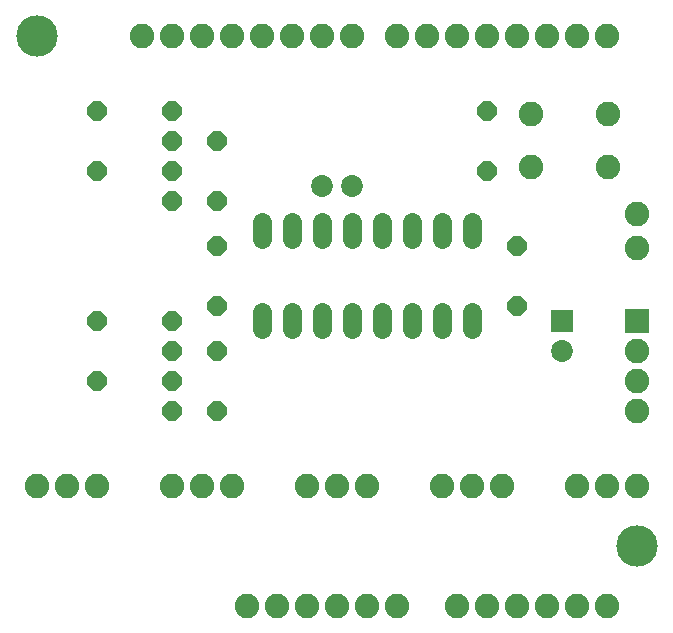
<source format=gts>
G75*
G70*
%OFA0B0*%
%FSLAX24Y24*%
%IPPOS*%
%LPD*%
%AMOC8*
5,1,8,0,0,1.08239X$1,22.5*
%
%ADD10C,0.0640*%
%ADD11OC8,0.0640*%
%ADD12R,0.0820X0.0820*%
%ADD13C,0.0820*%
%ADD14C,0.1380*%
%ADD15R,0.0730X0.0730*%
%ADD16C,0.0730*%
D10*
X016259Y010905D02*
X016259Y011465D01*
X017259Y011465D02*
X017259Y010905D01*
X018259Y010905D02*
X018259Y011465D01*
X019259Y011465D02*
X019259Y010905D01*
X020259Y010905D02*
X020259Y011465D01*
X021259Y011465D02*
X021259Y010905D01*
X022259Y010905D02*
X022259Y011465D01*
X023259Y011465D02*
X023259Y010905D01*
X023259Y013905D02*
X023259Y014465D01*
X022259Y014465D02*
X022259Y013905D01*
X021259Y013905D02*
X021259Y014465D01*
X020259Y014465D02*
X020259Y013905D01*
X019259Y013905D02*
X019259Y014465D01*
X018259Y014465D02*
X018259Y013905D01*
X017259Y013905D02*
X017259Y014465D01*
X016259Y014465D02*
X016259Y013905D01*
D11*
X014759Y013685D03*
X014759Y015185D03*
X013259Y015185D03*
X013259Y016185D03*
X013259Y017185D03*
X013259Y018185D03*
X014759Y017185D03*
X010759Y016185D03*
X010759Y018185D03*
X014759Y011685D03*
X013259Y011185D03*
X013259Y010185D03*
X013259Y009185D03*
X014759Y010185D03*
X014759Y008185D03*
X013259Y008185D03*
X010759Y009185D03*
X010759Y011185D03*
X023759Y016185D03*
X023759Y018185D03*
X024759Y013685D03*
X024759Y011685D03*
D12*
X028759Y011185D03*
D13*
X008759Y005685D03*
X009759Y005685D03*
X010759Y005685D03*
X013259Y005685D03*
X014259Y005685D03*
X015259Y005685D03*
X017759Y005685D03*
X018759Y005685D03*
X019759Y005685D03*
X022259Y005685D03*
X023259Y005685D03*
X024259Y005685D03*
X026759Y005685D03*
X027759Y005685D03*
X028759Y005685D03*
X028759Y008185D03*
X028759Y009185D03*
X028759Y010185D03*
X028759Y013615D03*
X028759Y014755D03*
X027789Y016295D03*
X027789Y018075D03*
X025229Y018075D03*
X025229Y016295D03*
X024759Y020685D03*
X025759Y020685D03*
X026759Y020685D03*
X027759Y020685D03*
X023759Y020685D03*
X022759Y020685D03*
X021759Y020685D03*
X020759Y020685D03*
X019259Y020685D03*
X018259Y020685D03*
X017259Y020685D03*
X016259Y020685D03*
X015259Y020685D03*
X014259Y020685D03*
X013259Y020685D03*
X012259Y020685D03*
X015759Y001685D03*
X016759Y001685D03*
X017759Y001685D03*
X018759Y001685D03*
X019759Y001685D03*
X020759Y001685D03*
X022759Y001685D03*
X023759Y001685D03*
X024759Y001685D03*
X025759Y001685D03*
X026759Y001685D03*
X027759Y001685D03*
D14*
X028759Y003685D03*
X008759Y020685D03*
D15*
X026259Y011185D03*
D16*
X026259Y010185D03*
X019259Y015685D03*
X018259Y015685D03*
M02*

</source>
